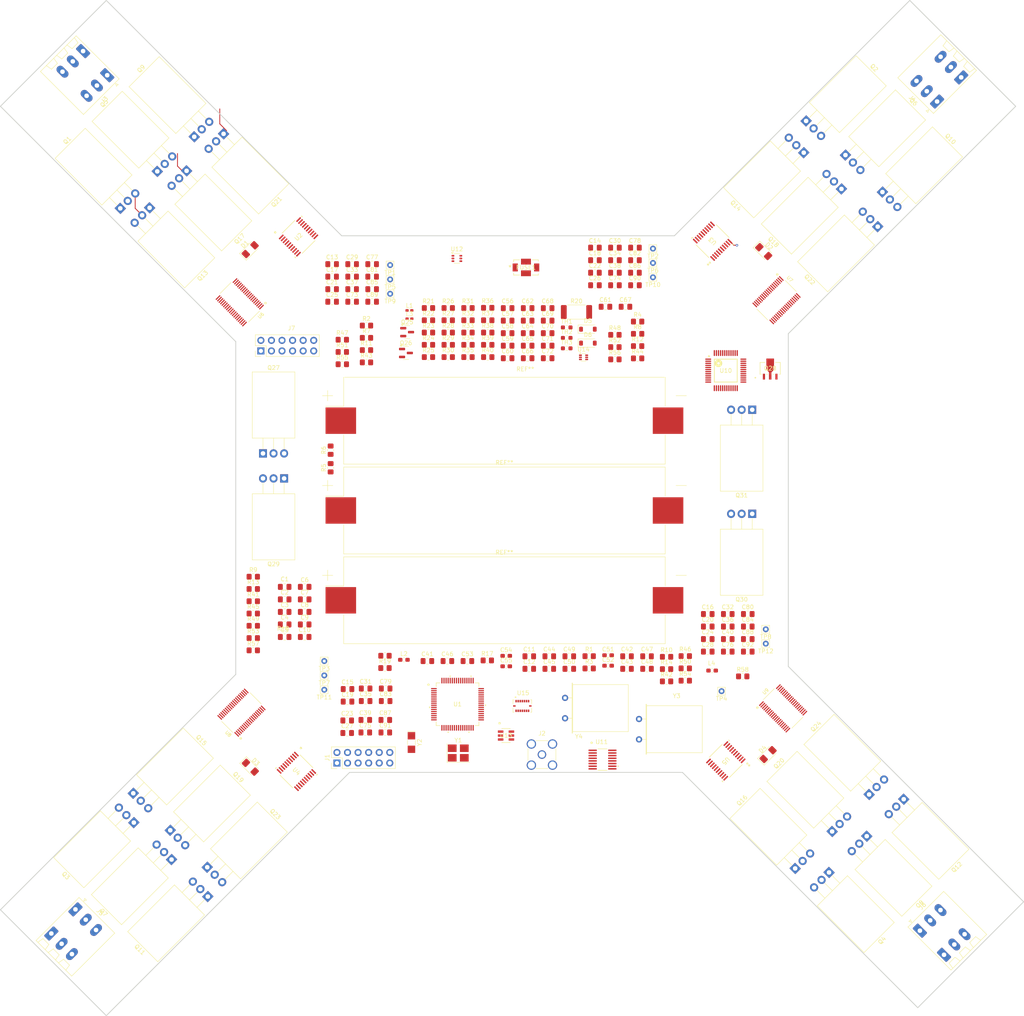
<source format=kicad_pcb>
(kicad_pcb (version 20240108) (generator "pcbnew") (generator_version "8.0")
  (title_block (title "Quincy FMU PCB") (date "2024-11-12") (company "Daniel Enrique Pérez Díaz"))
  (layers (0 "F.Cu" signal) (1 "In1.Cu" signal) (2 "In2.Cu" signal) (31 "B.Cu" signal) (34 "B.Paste" user) (35 "F.Paste" user) (36 "B.SilkS" user "B.Silkscreen") (37 "F.SilkS" user "F.Silkscreen") (38 "B.Mask" user) (39 "F.Mask" user) (44 "Edge.Cuts" user))
  (net 0 "")
  (net 2 "/Microcontroller/CONT_FW_TX0_3")
  (net 4 "/Microcontroller/CONT_FW_TX0_2")
  (net 5 "/Microcontroller/CONT_FW_RX0_1")
  (net 7 "/Microcontroller/CONT_FW_TX0_1")
  (net 9 "/Microcontroller/CONT_FW_RX0_4")
  (net 11 "/Microcontroller/CONT_FW_TX0_4")
  (net 12 "/Microcontroller/CONT_FW_RX0_2")
  (net 14 "/Microcontroller/CONT_FW_RX0_3")
  (net 15 "/Microcontroller/MOTOR_SPEED1")
  (net 16 "/Microcontroller/MOTOR_SPEED2")
  (net 17 "/Microcontroller/MOTOR_SPEED3")
  (net 21 "/Microcontroller/MOTOR_SPEED4")
  (net 23 "Net-(U6-TX1)")
  (net 24 "Net-(U7-TX1)")
  (net 26 "Net-(U8-TX1)")
  (net 27 "Net-(U9-TX1)")
  (net 28 "Net-(U6-RX1)")
  (net 29 "Net-(U7-RX1)")
  (net 30 "Net-(U8-RX1)")
  (net 31 "Net-(U9-RX1)")
  (net 33 "/Microcontroller/DUTY1")
  (net 34 "/Microcontroller/DUTY3")
  (net 38 "/Microcontroller/DIR4")
  (net 40 "+3.3V")
  (net 41 "GND")
  (net 42 "Net-(U1-DVDD)")
  (net 43 "Net-(U6-REFU{slash}AIN8)")
  (net 44 "Net-(U7-REFU{slash}AIN8)")
  (net 45 "Net-(U8-REFU{slash}AIN8)")
  (net 46 "Net-(U9-REFU{slash}AIN8)")
  (net 47 "/Microcontroller/SWO{slash}TDO")
  (net 48 "/Microcontroller/SWDCLK{slash}TCLK")
  (net 49 "/Microcontroller/SWDIO{slash}TMS")
  (net 50 "/Microcontroller/RESETN")
  (net 51 "/Microcontroller/TDI")
  (net 52 "/Motor 1/BSTA")
  (net 53 "Net-(U6-GK)")
  (net 54 "/Motor 2/BSTA")
  (net 55 "Net-(U7-GK)")
  (net 56 "Net-(U8-GK)")
  (net 57 "/Motor 3/BSTA")
  (net 58 "Net-(U9-GK)")
  (net 59 "/Motor 4/BSTA")
  (net 60 "/Motor 1/BSTB")
  (net 61 "Net-(U6-HALL1{slash}AIN4)")
  (net 62 "/Motor 2/BSTB")
  (net 63 "Net-(U7-HALL1{slash}AIN4)")
  (net 64 "Net-(U8-HALL1{slash}AIN4)")
  (net 65 "/Motor 3/BSTB")
  (net 66 "/Motor 4/BSTB")
  (net 67 "Net-(U9-HALL1{slash}AIN4)")
  (net 68 "Net-(U6-HALL2{slash}AIN3)")
  (net 69 "/Motor 1/BSTC")
  (net 70 "/Motor 2/BSTC")
  (net 71 "Net-(U7-HALL2{slash}AIN3)")
  (net 72 "/Motor 3/BSTC")
  (net 73 "Net-(U8-HALL2{slash}AIN3)")
  (net 74 "/Motor 4/BSTC")
  (net 75 "Net-(U9-HALL2{slash}AIN3)")
  (net 76 "Net-(U6-PARAM{slash}HALL3{slash}AIN11)")
  (net 77 "/Motor 1/HO1")
  (net 78 "/Motor 2/HO1")
  (net 79 "Net-(U7-PARAM{slash}HALL3{slash}AIN11)")
  (net 80 "/Motor 3/HO1")
  (net 81 "Net-(U8-PARAM{slash}HALL3{slash}AIN11)")
  (net 82 "/Motor 4/HO1")
  (net 83 "Net-(U9-PARAM{slash}HALL3{slash}AIN11)")
  (net 84 "/Motor 1/HO2")
  (net 85 "Net-(U11-CTH)")
  (net 86 "Net-(U11-CAGC)")
  (net 87 "/Motor 2/HO2")
  (net 88 "/Motor 3/HO2")
  (net 89 "Net-(U11-RO1)")
  (net 90 "Net-(D1-A)")
  (net 91 "/Motor 4/HO2")
  (net 92 "/Motor 1/HO3")
  (net 93 "Net-(D1-K)")
  (net 94 "/Motor 2/HO3")
  (net 95 "Net-(D2-A)")
  (net 96 "/Motor 3/HO3")
  (net 97 "Net-(D2-K)")
  (net 98 "Net-(D3-A)")
  (net 99 "/Motor 4/HO3")
  (net 100 "/Microcontroller/I2C2_SCL")
  (net 101 "/Microcontroller/I2C2_SDA")
  (net 102 "/Microcontroller/HFXTAL_N")
  (net 103 "/Microcontroller/SPI_MISO")
  (net 104 "/Microcontroller/SPI_MOSI")
  (net 105 "/Microcontroller/SPI_CS")
  (net 106 "/Microcontroller/HFXTAL_P")
  (net 107 "/Microcontroller/SPI_CLK")
  (net 108 "/Microcontroller/LFXTAL_N")
  (net 109 "/Microcontroller/LFXTAL_P")
  (net 110 "/Motor 1/LO1")
  (net 111 "/Motor 2/LO1")
  (net 112 "/Motor 3/LO1")
  (net 113 "/Motor 4/LO1")
  (net 114 "/Motor 1/LO2")
  (net 115 "/Motor 2/LO2")
  (net 116 "/Motor 3/LO2")
  (net 117 "/Motor 4/LO2")
  (net 118 "/Motor 1/LO3")
  (net 119 "/Motor 2/LO3")
  (net 120 "/Motor 3/LO3")
  (net 121 "/Motor 4/LO3")
  (net 122 "/Motor 1/VDC")
  (net 123 "/Motor 2/VDC")
  (net 124 "/Motor 3/VDC")
  (net 125 "/Motor 4/VDC")
  (net 126 "Net-(D3-K)")
  (net 127 "Net-(D4-K)")
  (net 128 "Net-(D4-A)")
  (net 129 "/Motor 1/OUTA")
  (net 130 "/Motor 2/OUTA")
  (net 131 "/Motor 3/OUTA")
  (net 132 "/Motor 4/OUTA")
  (net 133 "/Motor 1/OUTB")
  (net 134 "/Motor 2/OUTB")
  (net 135 "/Motor 3/OUTB")
  (net 136 "/Motor 4/OUTB")
  (net 137 "/Motor 1/OUTC")
  (net 138 "/Motor 2/OUTC")
  (net 139 "/Motor 3/OUTC")
  (net 140 "/Motor 4/OUTC")
  (net 141 "/Microcontroller/RF_DEMOD")
  (net 142 "/Microcontroller/DDSG")
  (net 143 "/Microcontroller/DIR3")
  (net 144 "/Microcontroller/DUTY4")
  (net 145 "Net-(U11-RO2)")
  (net 146 "Net-(U13-XTLOUT)")
  (net 147 "Net-(U13-XTLIN)")
  (net 148 "Net-(U13-PAOUT)")
  (net 149 "Net-(C51-Pad2)")
  (net 150 "Net-(U12-J3)")
  (net 151 "Net-(U11-SHDN)")
  (net 152 "Net-(C54-Pad1)")
  (net 153 "Net-(U11-ANT)")
  (net 154 "Net-(U11-VDD)")
  (net 155 "Net-(U12-J2)")
  (net 156 "Net-(U10-VC0)")
  (net 157 "Net-(U10-VC1)")
  (net 158 "Net-(U10-VC2)")
  (net 159 "Net-(U10-VC3)")
  (net 160 "Net-(U10-BAT)")
  (net 161 "Net-(U10-CP1)")
  (net 162 "Net-(U10-SRP)")
  (net 163 "Net-(U10-SRN)")
  (net 164 "Net-(U10-REG18)")
  (net 165 "Net-(D6-K)")
  (net 166 "+12V")
  (net 167 "Net-(U14-VBST)")
  (net 168 "Net-(U14-SW)")
  (net 169 "Net-(D5-K)")
  (net 170 "/Power/VCELL3")
  (net 171 "/Power/CMN_DRAIN")
  (net 172 "Net-(J2-In)")
  (net 173 "Net-(Q25-S)")
  (net 174 "Net-(Q27-G)")
  (net 175 "Net-(Q29-G)")
  (net 176 "Net-(Q29-S)")
  (net 177 "Net-(Q30-S)")
  (net 178 "/Power/PDSG")
  (net 179 "Net-(Q31-S)")
  (net 180 "/Power/PCHG")
  (net 181 "Net-(U15-INT1)")
  (net 182 "Net-(U15-INT3)")
  (net 183 "/Power/PACK_NEG")
  (net 184 "/Power/VCELL1")
  (net 185 "/Power/VCELL2")
  (net 186 "Net-(U10-LD)")
  (net 187 "Net-(U10-PACK)")
  (net 188 "Net-(U14-EN)")
  (net 189 "Net-(U14-VFB)")
  (net 190 "Net-(U10-TS1)")
  (net 191 "Net-(U10-TS2)")
  (net 192 "Net-(U10-TS3)")
  (net 193 "/Motor 1/IU+")
  (net 194 "/Motor 2/IU+")
  (net 195 "/Motor 3/IU+")
  (net 196 "/Motor 4/IU+")
  (net 197 "Net-(Q13-S)")
  (net 198 "Net-(Q14-S)")
  (net 199 "Net-(Q15-S)")
  (net 200 "Net-(Q16-S)")
  (net 201 "/Microcontroller/ANT_MODE")
  (net 202 "/Microcontroller/IMU_INT_AC1")
  (net 203 "/Microcontroller/IMU_INT_GY1")
  (net 204 "/Microcontroller/TX_ASK")
  (net 205 "/Power/MON_SCL")
  (net 206 "/Power/MON_SDA")
  (net 207 "/Microcontroller/DIR1")
  (net 208 "/Microcontroller/MON_RST_SHUT")
  (net 209 "/Microcontroller/DUTY2")
  (net 210 "/Microcontroller/DIR2")
  (net 211 "/Microcontroller/DCHG")
  (net 212 "/Microcontroller/MON_ALERT")
  (net 213 "/Power/FUSE")
  (net 214 "Net-(Q28-E)")
  (net 215 "Net-(Q28-B)")
  (net 216 "/Motor 1/PWM_WL")
  (net 217 "/Motor 1/PWM_VH")
  (net 218 "/Motor 1/PWM_UH")
  (net 219 "/Motor 1/PWM_WH")
  (net 220 "/Motor 1/PWM_VL")
  (net 221 "/Motor 1/PWM_UL")
  (net 222 "/Motor 2/PWM_UL")
  (net 223 "/Motor 2/PWM_WL")
  (net 224 "/Motor 2/PWM_VL")
  (net 225 "/Motor 2/PWM_WH")
  (net 226 "/Motor 2/PWM_VH")
  (net 227 "/Motor 2/PWM_UH")
  (net 228 "/Motor 3/PWM_VH")
  (net 229 "/Motor 3/PWM_UH")
  (net 230 "/Motor 3/PWM_WL")
  (net 231 "/Motor 3/PWM_UL")
  (net 232 "/Motor 3/PWM_WH")
  (net 233 "/Motor 3/PWM_VL")
  (net 234 "/Motor 4/PWM_VH")
  (net 235 "/Motor 4/PWM_WH")
  (net 236 "/Motor 4/PWM_UH")
  (net 237 "/Motor 4/PWM_UL")
  (net 238 "/Motor 4/PWM_WL")
  (net 239 "/Motor 4/PWM_VL")
  (net 300 "Net-(U11-SCLK)")
  (footprint "Capacitor_SMD:C_0805_2012Metric_Pad1.18x1.45mm_HandSolder" (layer "F.Cu") (at 189.722 186.144)
    (property "Reference" "C48")
    (property "Value" "100p")
  )
  (footprint "Resistor_SMD:R_0805_2012Metric_Pad1.20x1.40mm_HandSolder" (layer "F.Cu") (at 151.435 105.312)
    (property "Reference" "R38")
    (property "Value" "30.9k")
  )
  (footprint "Capacitor_SMD:C_0805_2012Metric_Pad1.18x1.45mm_HandSolder" (layer "F.Cu") (at 184.912 186.144)
    (property "Reference" "C43")
    (property "Value" "1u")
  )
  (footprint "Package_TO_SOT_THT:TO-220-3_Horizontal_TabDown" (layer "F.Cu") (at 227.397647 62.071456 135)
    (property "Reference" "Q14")
    (property "Value" "IRF540N")
  )
  (footprint "Crystal:Crystal_SMD_3225-4Pin_3.2x2.5mm_HandSoldering" (layer "F.Cu") (at 144.346 206.382)
    (property "Reference" "Y1")
    (property "Value" "Crystal_GND24" (hide yes))
  )
  (footprint "Resistor_SMD:R_0805_2012Metric_Pad1.20x1.40mm_HandSolder" (layer "F.Cu") (at 116.475 107.032)
    (property "Reference" "R47")
    (property "Value" "10k")
  )
  (footprint "Capacitor_SMD:C_0805_2012Metric_Pad1.18x1.45mm_HandSolder" (layer "F.Cu") (at 213.9415 178.994)
    (property "Reference" "C88")
    (property "Value" "0.1u")
  )
  (footprint "Resistor_SMD:R_0805_2012Metric_Pad1.20x1.40mm_HandSolder" (layer "F.Cu") (at 95.0695 181.704)
    (property "Reference" "R57")
    (property "Value" "300k")
  )
  (footprint "Resistor_SMD:R_0805_2012Metric_Pad1.20x1.40mm_HandSolder" (layer "F.Cu") (at 146.685 99.412)
    (property "Reference" "R31")
    (property "Value" "10M")
  )
  (footprint "Capacitor_SMD:C_0805_2012Metric_Pad1.18x1.45mm_HandSolder" (layer "F.Cu") (at 117.65 201.57)
    (property "Reference" "C27")
    (property "Value" "2.2n")
  )
  (footprint "Resistor_SMD:R_0805_2012Metric_Pad1.20x1.40mm_HandSolder" (layer "F.Cu") (at 113.665 133.588 90)
    (property "Reference" "R6")
    (property "Value" "4.7k")
  )
  (footprint "Connector_Pin:Pin_D0.7mm_L6.5mm_W1.8mm_FlatFork" (layer "F.Cu") (at 112.141 191.177)
    (property "Reference" "TP11")
    (property "Value" "TestPoint")
  )
  (footprint "Resistor_SMD:R_0805_2012Metric_Pad1.20x1.40mm_HandSolder" (layer "F.Cu") (at 122.285 112.482)
    (property "Reference" "R43")
    (property "Value" "2k")
  )
  (footprint "Resistor_SMD:R_0603_1608Metric_Pad0.98x0.95mm_HandSolder" (layer "F.Cu") (at 170.415 109.102)
    (property "Reference" "TH3")
    (property "Value" "Thermistor_NTC")
  )
  (footprint "Resistor_SMD:R_0603_1608Metric_Pad0.98x0.95mm_HandSolder" (layer "F.Cu") (at 170.415 104.082)
    (property "Reference" "TH1")
    (property "Value" "Thermistor_NTC")
  )
  (footprint "Connector_Pin:Pin_D0.7mm_L6.5mm_W1.8mm_FlatFork" (layer "F.Cu") (at 218.2715 176.644)
    (property "Reference" "TP8")
    (property "Value" "TestPoint" (hide yes))
  )
  (footprint "Resistor_SMD:R_0805_2012Metric_Pad1.20x1.40mm_HandSolder" (layer "F.Cu") (at 141.935 105.312)
    (property "Reference" "R28")
    (property "Value" "10k")
  )
  (footprint "Capacitor_SMD:C_0805_2012Metric_Pad1.18x1.45mm_HandSolder" (layer "F.Cu") (at 213.9415 175.984)
    (property "Reference" "C84")
    (property "Value" "0.1u")
  )
  (footprint "Capacitor_SMD:C_0805_2012Metric_Pad1.18x1.45mm_HandSolder" (layer "F.Cu") (at 186.8225 87.922)
    (property "Reference" "C82")
    (property "Value" "0.1u")
  )
  (footprint "Resistor_SMD:R_0805_2012Metric_Pad1.20x1.40mm_HandSolder" (layer "F.Cu") (at 141.935 111.212)
    (property "Reference" "R30")
    (property "Value" "10M")
  )
  (footprint "MICRF219:QSOP16_MC_MCH" (layer "F.Cu") (at 179.0192 207.9625)
    (property "Reference" "U11")
    (property "Value" "MICRF219AAYQS-TR" (hide yes))
  )
  (footprint "Capacitor_SMD:C_0805_2012Metric_Pad1.18x1.45mm_HandSolder" (layer "F.Cu") (at 186.8225 84.912)
    (property "Reference" "C78")
    (property "Value" "1u")
  )
  (footprint "Resistor_SMD:R_0805_2012Metric_Pad1.20x1.40mm_HandSolder" (layer "F.Cu") (at 137.185 99.412)
    (property "Reference" "R21")
    (property "Value" "20")
  )
  (footprint "LED_SMD:LED_1206_3216Metric_Pad1.42x1.75mm_HandSolder" (layer "F.Cu") (at 217.769179 85.852 -45)
    (property "Reference" "D2")
    (property "Value" "LED")
  )
  (footprint "Package_TO_SOT_THT:TO-220-3_Horizontal_TabDown" (layer "F.Cu") (at 242.538456 226.373354 -135)
    (property "Reference" "Q8")
    (property "Value" "IRF540N")
  )
  (footprint "Resistor_SMD:R_0805_2012Metric_Pad1.20x1.40mm_HandSolder" (layer "F.Cu") (at 182.0015 108.811)
    (property "Reference" "R52")
    (property "Value" "100k")
  )
  (footprint "Resistor_SMD:R_0805_2012Metric_Pad1.20x1.40mm_HandSolder" (layer "F.Cu") (at 151.435 111.212)
    (property "Reference" "R40")
    (property "Value" "4.7k")
  )
  (footprint "Connector_Phoenix_SPT:PhoenixContact_SPT_1.5_3-H-3.5_1x03_P3.5mm_Horizontal" (layer "F.Cu") (at 255.316977 249.087472 45)
    (property "Reference" "J6")
    (property "Value" "Conn_01x03_Pin")
  )
  (footprint "Package_TO_SOT_THT:TO-220-3_Horizontal_TabDown" (layer "F.Cu") (at 75.42545 231.988 135)
    (property "Reference" "Q7")
    (property "Value" "IRF540N")
  )
  (footprint "Capacitor_SMD:C_0805_2012Metric_Pad1.18x1.45mm_HandSolder" (layer "F.Cu") (at 171.037 186.144)
    (property "Reference" "C50")
    (property "Value" "0.1u")
  )
  (footprint "Resistor_SMD:R_0805_2012Metric_Pad1.20x1.40mm_HandSolder" (layer "F.Cu") (at 198.915 183.09)
    (property "Reference" "R46")
    (property "Value" "2k")
  )
  (footprint "Inductor_SMD:L_0402_1005Metric_Pad0.77x0.64mm_HandSolder" (layer "F.Cu") (at 132.6145 101.991)
    (property "Reference" "L3")
    (property "Value" "39n")
  )
  (footprint "Capacitor_SMD:C_0603_1608Metric_Pad1.08x0.95mm_HandSolder" (layer "F.Cu") (at 155.8775 185.537)
    (property "Reference" "C55")
    (property "Value" "1.5p")
  )
  (footprint "Capacitor_SMD:C_0805_2012Metric_Pad1.18x1.45mm_HandSolder" (layer "F.Cu") (at 177.2025 87.922)
    (property "Reference" "C18")
    (property "Value" "1u")
  )
  (footprint "Package_TO_SOT_THT:TO-220-3_Horizontal_TabDown" (layer "F.Cu") (at 237.422354 62.642545 -45)
    (property "Reference" "Q6")
    (property "Value" "IRF540N")
  )
  (footprint "Resistor_SMD:R_0805_2012Metric_Pad1.20x1.40mm_HandSolder" (layer "F.Cu") (at 141.935 108.262)
    (property "Reference" "R29")
    (property "Value" "10k")
  )
  (footprint "Capacitor_SMD:C_0805_2012Metric_Pad1.18x1.45mm_HandSolder" (layer "F.Cu") (at 165.835 99.442)
    (property "Reference" "C68")
    (property "Value" "10u")
  )
  (footprint "Capacitor_SMD:C_0805_2012Metric_Pad1.18x1.45mm_HandSolder" (layer "F.Cu") (at 161.417 186.144)
    (property "Reference" "C12")
    (property "Value" "0.1u")
  )
  (footprint "Resistor_SMD:R_0805_2012Metric_Pad1.20x1.40mm_HandSolder" (layer "F.Cu") (at 137.185 102.362)
    (property "Reference" "R22")
    (property "Value" "20")
  )
  (footprint "Package_TO_SOT_THT:TO-220-3_Horizontal_TabDown" (layer "F.Cu") (at 84.006354 233.838545 -45)
    (property "Reference" "Q23")
    (property "Value" "IRF540N")
  )
  (footprint "Package_TO_SOT_THT:TO-220-3_Horizontal_TabDown" (layer "F.Cu") (at 66.361647 223.107456 135)
    (property "Reference" "Q3")
    (property "Value" "IRF540N")
  )
  (footprint "FCX495TA:SOT89_DIO" (layer "F.Cu") (at 219.329 113.919)
    (property "Reference" "Q28")
    (property "Value" "FCX495TA")
  )
  (footprint "Package_TO_SOT_THT:TO-220-3_Horizontal_TabDown" (layer "F.Cu") (at 71.993741 66.568843 45)
    (property "Reference" "Q5")
    (property "Value" "IRF540N")
  )
  (footprint "Connector_Pin:Pin_D0.7mm_L6.5mm_W1.8mm_FlatFork" (layer "F.Cu") (at 191.1525 92.032)
    (property "Reference" "TP10")
    (property "Value" "TestPoint")
  )
  (footprint "IMC101TT038XUMA1:SOP50P640X110-38N" (layer "F.Cu") (at 222.434123 195.653129 45)
    (property "Reference" "U9")
    (property "Value" "IMC101TT038XUMA1" (hide yes))
  )
  (footprint "Capacitor_SMD:C_0805_2012Metric_Pad1.18x1.45mm_HandSolder" (layer "F.Cu") (at 204.3215 182.004)
    (property "Reference" "C28")
    (property "Value" "2.2n")
  )
  (footprint "Capacitor_SMD:C_0805_2012Metric_Pad1.18x1.45mm_HandSolder" (layer "F.Cu") (at 122.0805 193.891)
    (property "Reference" "C35")
    (property "Value" "4.7n")
  )
  (footprint "Resistor_SMD:R_0805_2012Metric_Pad1.20x1.40mm_HandSolder" (layer "F.Cu") (at 187.4625 105.618)
    (property "Reference" "R8")
    (property "Value" "4.7k")
  )
  (footprint "Resistor_SMD:R_0805_2012Metric_Pad1.20x1.40mm_HandSolder" (layer "F.Cu") (at 187.4625 102.668)
    (property "Reference" "R4")
    (property "Value" "1")
  )
  (footprint "Capacitor_SMD:C_0805_2012Metric_Pad1.18x1.45mm_HandSolder" (layer "F.Cu") (at 189.722 183.134)
    (property "Reference" "C47")
    (property "Value" "10p")
  )
  (footprint "Package_TO_SOT_SMD:SOT-23" (layer "F.Cu") (at 132.058 105.208)
    (property "Reference" "Q25")
    (property "Value" "AO3401A")
  )
  (footprint "Capacitor_SMD:C_0805_2012Metric_Pad1.18x1.45mm_HandSolder" (layer "F.Cu") (at 156.215 105.462)
    (property "Reference" "C58")
    (property "Value" "0.22u")
  )
  (footprint "Connector_Coaxial:SMA_Amphenol_901-144_Vertical" (layer "F.Cu") (at 164.465 206.756 180)
    (property "Reference" "J2")
    (property "Value" "Conn_Coaxial" (hide yes))
  )
  (footprint "Capacitor_SMD:C_0805_2012Metric_Pad1.18x1.45mm_HandSolder" (layer "F.Cu") (at 156.215 108.472)
    (property "Reference" "C59")
    (property "Value" "0.22u")
  )
  (footprint "Resistor_SMD:R_0805_2012Metric_Pad1.20x1.40mm_HandSolder" (layer "F.Cu") (at 141.935 102.362)
    (property "Reference" "R27")
    (property "Value" "100")
  )
  (footprint "Package_TO_SOT_THT:TO-220-3_Horizontal_TabDown" (layer "F.Cu") (at 234.219545 225.238647 45)
    (property "Reference" "Q20")
    (property "Value" "IRF540N")
  )
  (footprint "Capacitor_SMD:C_0805_2012Metric_Pad1.18x1.45mm_HandSolder" (layer "F.Cu") (at 204.3215 172.974)
    (property "Reference" "C16")
    (property "Value" "1u")
  )
  (footprint "Resistor_SMD:R_0805_2012Metric_Pad1.20x1.40mm_HandSolder" (layer "F.Cu") (at 194.421 183.261)
    (property "Reference" "R10")
    (property "Value" "4.7k")
  )
  (footprint "Capacitor_SMD:C_0805_2012Metric_Pad1.18x1.45mm_HandSolder" (layer "F.Cu") (at 123.644 88.869)
    (property "Reference" "C77")
    (property "Value" "1u")
  )
  (footprint "Resistor_SMD:R_0805_2012Metric_Pad1.20x1.40mm_HandSolder" (layer "F.Cu") (at 146.685 102.362)
    (property "Reference" "R32")
    (property "Value" "10M")
  )
  (footprint "Capacitor_SMD:C_0805_2012Metric_Pad1.18x1.45mm_HandSolder" (layer "F.Cu") (at 161.025 108.472)
    (property "Reference" "C65")
    (property "Value" "0.22u")
  )
  (footprint "Resistor_SMD:R_0603_1608Metric_Pad0.98x0.95mm_HandSolder" (layer "F.Cu") (at 170.415 106.592)
    (property "Reference" "TH2")
    (property "Value" "Thermistor_NTC")
  )
  (footprint "Capacitor_SMD:C_0805_2012Metric_Pad1.18x1.45mm_HandSolder" (layer "F.Cu") (at 213.9415 182.004)
    (property "Reference" "C92")
    (property "Value" "0.1u")
  )
  (footprint "Resistor_SMD:R_0805_2012Metric_Pad1.20x1.40mm_HandSolder" (layer "F.Cu") (at 95.0695 166.954)
    (property "Reference" "R13")
    (property "Value" "4.7k")
  )
  (footprint "Capacitor_SMD:C_0805_2012Metric_Pad1.18x1.45mm_HandSolder" (layer "F.Cu") (at 114.024 97.899)
    (property "Reference" "C25")
    (property "Value" "2.2n")
  )
  (footprint "Capacitor_SMD:C_0805_2012Metric_Pad1.18x1.45mm_HandSolder" (layer "F.Cu") (at 182.0125 93.942)
    (property "Reference" "C74")
    (property "Value" "220p")
  )
  (footprint "Package_TO_SOT_THT:TO-220-3_Horizontal_TabDown" (layer "F.Cu") (at 215.011 148.885 180)
    (property "Reference" "Q30")
    (property "Value" "IRF540N")
  )
  (footprint "Crystal:Crystal_SMD_EuroQuartz_EQ161-2Pin_3.2x1.5mm_HandSoldering" (layer "F.Cu") (at 133.096 203.861 -90)
    (property "Reference" "Y2")
    (property "Value" "Crystal")
  )
  (footprint "Capacitor_SMD:C_0805_2012Metric_Pad1.18x1.45mm_HandSolder" (layer "F.Cu") (at 141.7375 184.277)
    (property "Reference" "C46")
    (property "Value" "10p")
  )
  (footprint "Capacitor_SMD:C_0805_2012Metric_Pad1.18x1.45mm_HandSolder" (layer "F.Cu") (at 161.025 105.462)
    (property "Reference" "C64")
    (property "Value" "100p")
  )
  (footprint "Capacitor_SMD:C_0805_2012Metric_Pad1.18x1.45mm_HandSolder" (layer "F.Cu") (at 182.0125 90.932)
    (property "Reference" "C38")
    (property "Value" "4.7n")
  )
  (footprint "BQ76942:PFB0048A_N" (layer "F.Cu") (at 208.657 114.461)
    (property "Reference" "U10")
    (property "Value" "BQ7694202PFBR")
  )
  (footprint "Capacitor_SMD:C_0805_2012Metric_Pad1.18x1.45mm_HandSolder" (layer "F.Cu") (at 209.1315 178.994)
    (property "Reference" "C40")
    (property "Value" "4.7n")
  )
  (footprint "Resistor_SMD:R_0805_2012Metric_Pad1.20x1.40mm_HandSolder" (layer "F.Cu") (at 175.817 183.104)
    (property "Reference" "R1")
    (property "Value" "0")
  )
  (footprint "IMC101TT038XUMA1:SOP50P640X110-38N" (layer "F.Cu") (at 92.231677 196.677317 135)
    (property "Reference" "U8")
    (property "Value" "IMC101TT038XUMA1")
  )
  (footprint "Capacitor_SMD:C_0805_2012Metric_Pad1.18x1.45mm_HandSolder" (layer "F.Cu") (at 146.5475 184.277)
    (property "Reference" "C53")
    (property "Value" "2.2u")
  )
  (footprint "Capacitor_SMD:C_0805_2012Metric_Pad1.18x1.45mm_HandSolder" (layer "F.Cu") (at 165.835 111.482)
    (property "Reference" "C72")
    (property "Value" "22u")
  )
  (footprint "Capacitor_SMD:C_0805_2012Metric_Pad1.18x1.45mm_HandSolder" (layer "F.Cu") (at 186.8225 93.942)
    (property "Reference" "C90")
    (property "Value" "0.1u")
  )
  (footprint "DRV8300:TSSOP_0DIPWR_TEX" (layer "F.Cu") (at 105.444848 210.800333 -45)
    (property "Reference" "U4")
    (property "Value" "DRV8300UDPWR")
  )
  (footprint "Capacitor_SMD:C_0805_2012Metric_Pad1.18x1.45mm_HandSolder" (layer "F.Cu") (at 204.3215 175.984)
    (property "Reference" "C20")
    (property "Value" "1u")
  )
  (footprint "Capacitor_SMD:C_0805_2012Metric_Pad1.18x1.45mm_HandSolder" (layer "F.Cu") (at 118.834 97.899)
    (property "Reference" "C73")
    (property "Value" "220p")
  )
  (footprint "Capacitor_SMD:C_0805_2012Metric_Pad1.18x1.45mm_HandSolder" (layer "F.Cu") (at 114.024 91.879)
    (property "Reference" "C17")
    (property "Value" "1u")
  )
  (footprint "DRV8300:TSSOP_0DIPWR_TEX" (layer "F.Cu") (at 105.952848 82.315667 45)
    (property "Reference" "U2")
    (property "Value" "DRV8300UDPWR")
  )
  (footprint "Capacitor_SMD:C_0603_1608Metric_Pad1.08x0.95mm_HandSolder" (layer "F.Cu") (at 180.367 182.884)
    (property "Reference" "C51")
    (property "Value" "12p")
  )
  (footprint "Package_TO_SOT_SMD:SOT-23" (layer "F.Cu") (at 131.774 110.222)
    (property "Reference" "Q26")
    (property "Value" "AO3400A")
  )
  (footprint "Capacitor_SMD:C_0805_2012Metric_Pad1.18x1.45mm_HandSolder" (layer "F.Cu") (at 161.025 102.452)
    (property "Reference" "C63")
    (property "Value" "0.1u")
  )
  (footprint "LED_SMD:LED_1206_3216Metric_Pad1.42x1.75mm_HandSolder" (layer "F.Cu") (at 94.361 209.804 -45)
    (property "Reference" "D3")
    (property "Value" "LED")
  )
  (footprint "Inductor_SMD:L_0603_1608Metric_Pad1.05x0.95mm_HandSolder" (layer "F.Cu") (at 205.373 186.563)
    (property "Reference" "L4")
    (property "Value" "33n")
  )
  (footprint "Capacitor_SMD:C_0805_2012Metric_Pad1.18x1.45mm_HandSolder" (layer "F.Cu") (at 123.644 91.879)
    (property "Reference" "C81")
    (property "Value" "0.1u")
  )
  (footprint "Package_TO_SOT_SMD:SOT-563" (layer "F.Cu") (at 174.465 111.267)
    (property "Reference" "U14")
    (property "Value" "TPS562202")
  )
  (footprint "Resistor_SMD:R_0805_2012Metric_Pad1.20x1.40mm_HandSolder" (layer "F.Cu") (at 194.421 189.161)
    (property "Reference" "R42")
    (property "Value" "1")
  )
  (footprint "Resistor_SMD:R_0805_2012Metric_Pad1.20x1.40mm_HandSolder" (layer "F.Cu") (at 95.0695 175.804)
    (property "Reference" "R49")
    (property "Value" "10k")
  )
  (footprint "Capacitor_SMD:C_0805_2012Metric_Pad1.18x1.45mm_HandSolder" (layer "F.Cu") (at 156.215 111.482)
    (property "Reference" "C60")
    (property "Value" "1u")
  )
  (footprint "Capacitor_SMD:C_0805_2012Metric_Pad1.18x1.45mm_HandSolder" (layer "F.Cu") (at 209.1315 175.984)
    (property "Reference" "C36")
    (property "Value" "4.7n")
  )
  (footprint "Battery:BatteryHolder_Keystone_1042_1x18650" (layer "F.Cu") (at 155.448 148.082)
    (property "Reference" "REF**")
    (property "Value" "BatteryHolder_Keystone_1042_1x18650")
  )
  (footprint "Capacitor_SMD:C_0805_2012Metric_Pad1.18x1.45mm_HandSolder" (layer "F.Cu") (at 209.1315 182.004)
    (property "Reference" "C76")
    (property "Value" "220p")
  )
  (footprint "Capacitor_SMD:C_0805_2012Metric_Pad1.18x1.45mm_HandSolder" (layer "F.Cu") (at 114.024 94.889)
    (property "Reference" "C21")
    (property "Value" "10n")
  )
  (footprint "Capacitor_SMD:C_0805_2012Metric_Pad1.18x1.45mm_HandSolder" (layer "F.Cu") (at 107.426 166.446)
    (property "Reference" "C6")
    (property "Value" "10n")
  )
  (footprint "Capacitor_SMD:C_0805_2012Metric_Pad1.18x1.45mm_HandSolder" (layer "F.Cu") (at 165.835 108.472)
    (property "Reference" "C71")
    (property "Value" "22u")
  )
  (footprint "Package_TO_SOT_THT:TO-220-3_Horizontal_TabDown" (layer "F.Cu") (at 87.932652 57.54355 -135)
    (property "Reference" "Q21")
    (property "Value" "IRF540N")
  )
  (footprint "LED_SMD:LED_1206_3216Metric_Pad1.42x1.75mm_HandSolder" (layer "F.Cu") (at 94.325179 85.379821 45)
    (property "Reference" "D1")
    (property "Value" "LED")
  )
  (footprint "DRV8300:TSSOP_0DIPWR_TEX" (layer "F.Cu") (at 208.661 208.28 -135)
    (property "Reference" "U5")
    (property "Value" "DRV8300UDPWR")
  )
  (footprint "Capacitor_SMD:C_0805_2012Metric_Pad1.18x1.45mm_HandSolder" (layer "F.Cu") (at 102.616 169.456)
    (property "Reference" "C2")
    (property "Value" "0.1u")
  )
  (footprint "Resistor_SMD:R_0805_2012Metric_Pad1.20x1.40mm_HandSolder" (layer "F.Cu") (at 116.475 112.932)
    (property "Reference" "R55")
    (property "Value" "300k")
  )
  (footprint "Diode_SMD:D_SOD-123" (layer "F.Cu") (at 175.51 107.852)
    (property "Reference" "D6")
    (property "Value" "D_Schottky")
  )
  (footprint "Capacitor_SMD:C_0805_2012Metric_Pad1.18x1.45mm_HandSolder" (layer "F.Cu") (at 123.644 97.899)
    (property "Reference" "C89")
    (property "Value" "0.1u")
  )
  (footprint "Capacitor_SMD:C_0805_2012Metric_Pad1.18x1.45mm_HandSolder" (layer "F.Cu") (at 184.912 183.134)
    (property "Reference" "C42")
    (property "Value" "0.1u")
  )
  (footprint "Resistor_SMD:R_0805_2012Metric_Pad1.20x1.40mm_HandSolder" (layer "F.Cu") (at 137.185 105.312)
    (property "Reference" "R23")
    (property "Value" "20")
  )
  (footprint "Capacitor_SMD:C_0805_2012Metric_Pad1.18x1.45mm_HandSolder" (layer "F.Cu") (at 166.227 186.144)
    (property "Reference" "C45")
    (property "Value" "10p")
  )
  (footprint "Capacitor_SMD:C_0805_2012Metric_Pad1.18x1.45mm_HandSolder" (layer "F.Cu") (at 213.9415 172.974)
    (property "Reference" "C80")
    (property "Value" "1u")
  )
  (footprint "Resistor_SMD:R_0805_2012Metric_Pad1.20x1.40mm_HandSolder" (layer "F.Cu") (at 182.0015 105.861)
    (property "Reference" "R48")
    (property "Value" "10k")
  )
  (footprint "Capacitor_SMD:C_0805_2012Metric_Pad1.18x1.45mm_HandSolder" (layer "F.Cu") (at 156.215 99.442)
    (property "Reference" "C56")
    (property "Value" "0.22u")
  )
  (footprint "Resistor_SMD:R_0805_2012Metric_Pad1.20x1.40mm_HandSolder" (layer "F.Cu") (at 95.0695 169.904)
    (property "Reference" "R41")
    (property "Value" "1")
  )
  (footprint "Capacitor_SMD:C_0805_2012Metric_Pad1.18x1.45mm_HandSolder" (layer "F.Cu") (at 114.024 88.869)
    (property "Reference" "C13")
    (property "Value" "1u")
  )
  (footprint "Capacitor_SMD:C_0805_2012Metric_Pad1.18x1.45mm_HandSolder" (layer "F.Cu") (at 107.426 175.476)
    (property "Reference" "C9")
    (property "Value" "0.1u")
  )
  (footprint "Connector_PinHeader_2.54mm:PinHeader_2x06_P2.54mm_Vertical" (layer "F.Cu") (at 115.189 208.788 90)
    (property "Reference" "J1")
    (property "Value" "Conn_02x06_Counter_Clockwise" (hide yes))
  )
  (footprint "Capacitor_SMD:C_0805_2012Metric_Pad1.18x1.45mm_HandSolder" (layer "F.Cu") (at 182.0125 84.912)
    (property "Reference" "C30")
    (property "Value" "4.7n")
  )
  (footprint "Package_TO_SOT_THT:TO-220-3_Horizontal_TabDown" (layer "F.Cu") (at 233.474653 235.089551 -135)
    (property "Reference" "Q4")
    (property "Value" "IRF540N")
  )
  (footprint "Connector_Pin:Pin_D0.7mm_L6.5mm_W1.8mm_FlatFork" (layer "F.Cu") (at 207.645 191.516)
    (property "Reference" "TP4")
    (property "Value" "TestPoint")
  )
  (footprint "Package_TO_SOT_THT:TO-220-3_Horizontal_TabDown" (layer "F.Cu") (at 79.042652 66.43355 -135)
    (property "Reference" "Q17")
    (property "Value" "IRF540N")
  )
  (footprint "Capacitor_SMD:C_0805_2012Metric_Pad1.18x1.45mm_HandSolder" (layer "F.Cu") (at 118.834 91.879)
    (property "Reference" "C33")
    (property "Value" "4.7n")
  )
  (footprint "Capacitor_SMD:C_0805_2012Metric_Pad1.18x1.45mm_HandSolder" (layer "F.Cu") (at 161.417 183.134)
    (property "Reference" "C11")
    (property "Value" "0.1u")
  )
  (footprint "ITV5432:QFN4_ITV5432_LTF" (layer "F.Cu") (at 160.619999 89.662)
    (property "Reference" "FUSE1")
    (property "Value" "ITV5432L5030WR")
  )
  (footprint "Resistor_SMD:R_0805_2012Metric_Pad1.20x1.40mm_HandSolder" (layer "F.Cu") (at 122.285 109.532)
    (property "Reference" "R11")
    (property "Value" "4.7k")
  )
  (footprint "Package_TO_SOT_THT:TO-220-3_Horizontal_TabDown" (layer "F.Cu") (at 227.965 54.442 -45)
    (property "Reference" "Q2")
    (property "Value" "IRF540N")
  )
  (footprint "DRV8300:TSSOP_0DIPWR_TEX" (layer "F.Cu") (at 205.472457 83.340724 135)
    (property "Reference" "U3")
    (property "Value" "DRV8300UDPWR")
  )
  (footprint "Resistor_SMD:R_0805_2012Metric_Pad1.20x1.40mm_HandSolder" (layer "F.Cu") (at 137.185 111.212)
    (property "Reference" "R25")
    (property "Value" "100")
  )
  (footprint "Resistor_SMD:R_0805_2012Metric_Pad1.20x1.40mm_HandSolder" (layer "F.Cu") (at 151.4265 99.366)
    (property "Reference" "R36")
    (property "Value" "10k")
  )
  (footprint "Capacitor_SMD:C_0805_2012Metric_Pad1.18x1.45mm_HandSolder" (layer "F.Cu") (at 122.0805 190.881)
    (property "Reference" "C31")
    (property "Value" "4.7n")
  )
  (footprint "Package_TO_SOT_THT:TO-220-3_Horizontal_TabDown" (layer "F.Cu") (at 102.489 140.376 180)
    (property "Reference" "Q29")
    (property "Value" "IRF540N")
  )
  (footprint "Capacitor_SMD:C_0805_2012Metric_Pad1.18x1.45mm_HandSolder" (layer "F.Cu") (at 177.2025 84.912)
    (property "Reference" "C14")
    (property "Value" "1u")
  )
  (footprint "Package_TO_SOT_THT:TO-220-3_Horizontal_TabDown" (layer "F.Cu") (at 251.428456 217.483354 -135)
    (property "Reference" "Q12")
    (property "Value" "IRF540N")
  )
  (footprint "Package_TO_SOT_THT:TO-220-3_Horizontal_TabDown" (layer "F.Cu") (at 225.329545 234.128647 45)
    (property "Reference" "Q16")
    (property "Value" "IRF540N")
  )
  (footprint "Connector_PinHeader_2.54mm:PinHeader_2x06_P2.54mm_Vertical" (layer "F.Cu") (at 96.901 109.728 90)
    (property "Reference" "J7")
    (property "Value" "Conn_02x06_Counter_Clockwise" (hide yes))
  )
  (footprint "Package_TO_SOT_THT:TO-220-3_Horizontal_TabDown" (layer "F.Cu") (at 66.226354 216.058545 -45)
    (property "Reference" "Q15")
    (property "Value" "IRF540N")
  )
  (footprint "Capacitor_SMD:C_0805_2012Metric_Pad1.18x1.45mm_HandSolder" (layer "F.Cu") (at 177.2025 93.942)
    (property "Reference" "C26")
    (property "Value" "2.2n")
  )
  (footprint "Resistor_SMD:R_0805_2012Metric_Pad1.20x1.40mm_HandSolder" (layer "F.Cu") (at 146.685 105.312)
    (property "Reference" "R33")
    (property "Value" "10M")
  )
  (footprint "Resistor_SMD:R_0805_2012Metric_Pad1.20x1.40mm_HandSolder" (layer "F.Cu") (at 141.935 99.412)
    (property "Reference" "R26")
    (property "Value" "100")
  )
  (footprint "Capacitor_SMD:C_0603_1608Metric_Pad1.08x0.95mm_HandSolder" (layer "F.Cu") (at 180.367 185.394)
    (property "Reference" "C52")
    (property "Value" "4.7p")
  )
  (footprint "Crystal:Crystal_HC49-U_Horizontal" (layer "F.Cu") (at 170.023 198.03 90)
    (property "Reference" "Y4")
    (property "Value" "13.52 MHz")
  )
  (footprint "Package_TO_SOT_THT:TO-220-3_Horizontal_TabDown" (layer "F.Cu") (at 63.103741 75.458843 45)
    (property "Reference" "Q1")
    (property "Value" "IRF540N")
  )
  (footprint "Resistor_SMD:R_2512_6332Metric_Pad1.40x3.35mm_HandSolder" (layer "F.Cu") (at 172.765 100.382)
    (property "Reference" "R20")
    (property "Value" "5m")
  )
  (footprint "Capacitor_SMD:C_0805_2012Metric_Pad1.18x1.45mm_HandSolder" (layer "F.Cu") (at 107.426 169.456)
    (property "Reference" "C7")
    (property "Value" "0.1u")
  )
  (footprint "Capacitor_SMD:C_0805_2012Metric_Pad1.18x1.45mm_HandSolder" (layer "F.Cu") (at 102.616 175.476)
    (property "Reference" "C4")
    (property "Value" "10n")
  )
  (footprint "Connector_Pin:Pin_D0.7mm_L6.5mm_W1.8mm_FlatFork" (layer "F.Cu") (at 127.974 92.539)
    (property "Reference" "TP5")
    (property "Value" "TestPoint")
  )
  (footprint "Capacitor_SMD:C_0805_2012Metric_Pad1.18x1.45mm_HandSolder" (layer "F.Cu") (at 126.8115 201.443)
    (property "Reference" "C91")
    (property "Value" "0.1u")
  )
  (footprint "Inductor_SMD:L_0603_1608Metric_Pad1.05x0.95mm_HandSolder" (layer "F.Cu") (at 131.28 183.977)
    (property "Reference" "L2")
    (property "Value" "68n")
  )
  (footprint "Capacitor_SMD:C_0805_2012Metric_Pad1.18x1.45mm_HandSolder" (layer "F.Cu") (at 186.8225 90.932)
    (property "Reference" "C86")
    (property "Value" "0.1u")
  )
  (footprint "Capacitor_SMD:C_0805_2012Metric_Pad1.18x1.45mm_HandSolder" (layer "F.Cu") (at 184.5415 99.112)
    (property "Reference" "C67")
    (property "Value" "10u")
  )
  (footprint "Connector_Pin:Pin_D0.7mm_L6.5mm_W1.8mm_FlatFork" (layer "F.Cu") (at 218.2715 180.094)
    (property "Reference" "TP12")
    (property "Value" "TestPoint" (hide yes))
  )
  (footprint "Connector_Pin:Pin_D0.7mm_L6.5mm_W1.8mm_FlatFork" (layer "F.Cu") (at 127.974 95.989)
    (property "Reference" "TP9")
    (property "Value" "TestPoint")
  )
  (footprint "Diode_SMD:D_SOD-123" (layer "F.Cu") (at 175.51 104.502)
    (property "Reference" "D5")
    (property "Value" "D_Schottky")
  )
  (footprint "Package_TO_SOT_THT:TO-220-3_Horizontal_TabDown" (layer "F.Cu") (at 84.141647 240.887456 135)
    (property "Reference" "Q11")
    (property "Value" "IRF540N")
  )
  (footprint "Package_TO_SOT_THT:TO-220-3_Horizontal_TabDown" (layer "F.Cu") (at 75.116354 224.948545 -45)
    (property "Reference" "Q19")
    (property "Value" "IRF540N")
  )
  (footprint "LED_SMD:LED_1206_3216Metric_Pad1.42x1.75mm_HandSolder" (layer "F.Cu") (at 218.821 206.756 45)
    (property "Reference" "D4")
    (property "Value" "LED")
  )
  (footprint "Resistor_SMD:R_0805_2012Metric_Pad1.20x1.40mm_HandSolder" (layer "F.Cu") (at 95.0695 164.004)
    (property "Reference" "R9")
    (property "Value" "4.7k")
  )
  (footprint "Resistor_SMD:R_0805_2012Metric_Pad1.20x1.40mm_HandSolder" (layer "F.Cu") (at 151.3275 184.127)
    (property "Reference" "R17")
    (property "Value" "100k")
  )
  (footprint "Capacitor_SMD:C_0805_2012Metric_Pad1.18x1.45mm_HandSolder" (layer "F.Cu") (at 165.835 102.452)
    (property "Reference" "C69")
    (property "Value" "0.1u")
  )
  (footprint "Capacitor_SMD:C_0805_2012Metric_Pad1.18x1.45mm_HandSolder" (layer "F.Cu") (at 117.729 191.008)
    (property "Reference" "C15")
    (property "Value" "1u")
  )
  (footprint "Inductor_SMD:L_0402_1005Metric_Pad0.77x0.64mm_HandSolder" (layer "F.Cu") (at 132.6145 100.001)
    (property "Reference" "L1")
    (property "Value" "470n")
  )
  (footprint "IMC101TT038XUMA1:SOP50P640X110-38N" (layer "F.Cu") (at 91.821 98.044 -135)
    (property "Reference" "U6")
    (property "Value" "IMC101TT038XUMA1" (hide yes))
  )
  (footprint "Capacitor_SMD:C_0805_2012Metric_Pad1.18x1.45mm_HandSolder" (layer "F.Cu") (at 117.729 194.018)
    (property "Reference" "C19")
    (property "Value" "1u")
  )
  (footprint "Resistor_SMD:R_0805_2012Metric_Pad1.20x1.40mm_HandSolder" (layer "F.Cu") (at 151.435 108.262)
    (property "Reference" "R39")
    (property "Value" "4.7k")
  )
  (footprint "Capacitor_SMD:C_0805_2012Metric_Pad1.18x1.45mm_HandSolder" (layer "F.Cu") (at 177.2025 90.932)
    (property "Reference" "C22")
    (property "Value" "10n")
  )
  (footprint "Package_TO_SOT_THT:TO-220-3_Horizontal_TabDown" (layer "F.Cu") (at 70.152652 75.32355 -135)
    (property "Reference" "Q13")
    (property "Value" "IRF540N")
  )
  (footprint "Connector_Pin:Pin_D0.7mm_L6.5mm_W1.8mm_FlatFork" (layer "F.Cu") (at 191.1525 85.132)
    (property "Reference" "TP2")
    (property "Value" "TestPoint")
  )
  (footprint "Connector_Phoenix_SPT:PhoenixContact_SPT_1.5_3-H-3.5_1x03_P3.5mm_Horizontal" (layer "F.Cu") (at 59.962149 43.455402 -135)
    (property "Reference" "J3")
    (property "Value" "Conn_01x03_Pin")
  )
  (footprint "IMC101TT038XUMA1:SOP50P640X110-38N" (layer "F.Cu") (at 220.853 97.536 -45)
    (property "Reference" "U7")
    (property "Value" "IMC101TT038XUMA1")
  )
  (footprint "Capacitor_SMD:C_0805_2012Metric_Pad1.18x1.45mm_HandSolder" (layer "F.Cu") (at 209.1315 172.974)
    (property "Reference" "C32")
    (property "Value" "4.7n")
  )
  (footprint "Resistor_SMD:R_0805_2012Metric_Pad1.20x1.40mm_HandSolder" (layer "F.Cu") (at 198.915 188.99)
    (property "Reference" "R54")
    (property "Value" "100k")
  )
  (footprint "MICRF113:SOT-23-6_MC_MCH" (layer "F.Cu") (at 155.829 202.184)
    (property "Reference" "U13")
    (property "Value" "MICRF113YM6-TR" (hide yes))
  )
  (footprint "Capacitor_SMD:C_0805_2012Metric_Pad1.18x1.45mm_HandSolder" (layer "F.Cu") (at 102.616 166.446)
    (property "Reference" "C1")
    (property "Value" "1u")
  )
  (footprint "Crystal:Crystal_HC49-U_Horizontal" (layer "F.Cu") (at 187.803 203.11 90)
    (property "Reference" "Y3")
    (property "Value" "13.52 MHz")
  )
  (footprint "Capacitor_SMD:C_0805_2012Metric_Pad1.18x1.45mm_HandSolder" (layer "F.Cu") (at 161.025 99.442)
    (property "Reference" "C62")
    (property "Value" "0.47u")
  )
  (footprint "Battery:BatteryHolder_Keystone_1042_1x18650" (layer "F.Cu") (at 155.448 169.672)
    (property "Reference" "REF**")
    (property "Value" "BatteryHolder_Keystone_1042_1x18650")
  )
  (footprint "Capacitor_SMD:C_0805_2012Metric_Pad1.18x1.45mm_HandSolder" (layer "F.Cu") (at 123.644 94.889)
    (property "Reference" "C85")
    (property "Value" "0.1u")
  )
  (footprint "Package_TO_SOT_THT:TO-220-3_Horizontal_TabDown" (layer "F.Cu") (at 215.011 123.866 180)
    (property "Reference" "Q31")
    (property "Value" "IRF540N")
  )
  (footprint "Capacitor_SMD:C_0805_2012Metric_Pad1.18x1.45mm_HandSolder" (layer "F.Cu") (at 171.037 183.134)
    (property "Reference" "C49")
    (property "Value" "10u")
  )
  (footprint "Resistor_SMD:R_0805_2012Metric_Pad1.20x1.40mm_HandSolder" (layer "F.Cu") (at 182.0015 111.761)
    (property "Reference" "R56")
    (property "Value" "300k")
  )
  (footprint "Package_TO_SOT_THT:TO-220-3_Horizontal_TabDown" (layer "F.Cu") (at 97.409 134.366)
    (property "Reference" "Q27")
    (property "Value" "IRF540N")
  )
  (footprint "Capacitor_SMD:C_0805_2012Metric_Pad1.18x1.45mm_HandSolder" (layer "F.Cu") (at 166.227 183.134)
    (property "Reference" "C44")
    (property "Value" "10p")
  )
  (footprint "Capacitor_SMD:C_0805_2012Metric_Pad1.18x1.45mm_HandSolder" (layer "F.Cu") (at 122.0015 201.443)
    (property "Reference" "C75")
    (property "Value" "220p")
  )
  (footprint "Resistor_SMD:R_0805_2012Metric_Pad1.20x1.40mm_HandSolder" (layer "F.Cu") (at 126.73 183.007)
    (property "Reference" "R18")
    (property "Value" "100k")
  )
  (footprint "Capacitor_SMD:C_0805_2012Metric_Pad1.18x1.45mm_HandSolder" (layer "F.Cu") (at 204.3215 178.994)
    (property "Reference" "C24")
    (property "Value" "10n")
  )
  (footprint "Resistor_SMD:R_0805_2012Metric_Pad1.20x1.40mm_HandSolder" (layer "F.Cu") (at 122.285 106.582)
    (property "Reference" "R7")
    (property "Value" "4.7k")
  )
  (footprint "Resistor_SMD:R_0805_2012Metric_Pad1.20x1.40mm_HandSolder" (layer "F.Cu") (at 116.475 109.982)
    (property "Reference" "R51")
    (property "Value" "100k")
  )
  (footprint "Capacitor_SMD:C_0805_2012Metric_Pad1.18x1.45mm_HandSolder" (layer "F.Cu") (at 107.426 172.466)
    (property "Reference" "C8")
    (property "Value" "1u")
  )
  (footprint "Battery:BatteryHolder_Keystone_1042_1x18650" (layer "F.Cu") (at 155.448 126.492)
    (property "Reference" "REF**")
    (property "Value" "BatteryHolder_Keystone_1042_1x18650")
  )
  (footprint "Capacitor_SMD:C_0805_2012Metric_Pad1.18x1.45mm_HandSolder" (layer "F.Cu") (at 126.8905 190.881)
    (property "Reference" "C79")
    (property "Value" "1u")
  )
  (footprint "Connector_Pin:Pin_D0.7mm_L6.5mm_W1.8mm_FlatFork" (layer "F.Cu") (at 191.1525 88.582)
    (property "Reference" "TP6")
    (property "Value" "TestPoint")
  )
  (footprint "Resistor_SMD:R_0805_2012Metric_Pad1.20x1.40mm_HandSolder" (layer "F.Cu") (at 146.685 108.262)
    (property "Reference" "R34")
    (property "Value" "3.9k")
  )
  (footprint "Package_TO_SOT_THT:TO-220-3_Horizontal_TabDown" (layer "F.Cu") (at 245.177647 79.851456 135)
    (property "Reference" "Q22")
    (property "Value" "IRF540N")
  )
  (footprint "Package_TO_SOT_THT:TO-220-3_Horizontal_TabDown" (layer "F.Cu") (at 246.312354 71.532545 -45)
    (property "Reference" "Q10")
    (property "Value" "IRF540N")
  )
  (footprint "EFM32GG11B120F:TQFP64_10X10_SIL" (layer "F.Cu") (at 144.173001 194.6529)
    (property "Reference" "U1")
    (property "Value" "EFM32GG11B120F2048GQ64")
  )
  (footprint "Package_TO_SOT_THT:TO-220-3_Horizontal_TabDown" (layer "F.Cu") (at 236.46145 70.787652 135)
    (property "Reference" "Q18")
    (property "Value" "IRF540N")
  )
  (footprint "Resistor_SMD:R_0805_2012Metric_Pad1.20x1.40mm_HandSolder" (layer "F.Cu") (at 194.421 186.211)
    (property "Reference" "R14")
    (property "Value" "4.7k")
  )
  (footprint "Resistor_SMD:R_0805_2012Metric_Pad1.20x1.40mm_HandSolder" (layer "F.Cu") (at 146.685 111.212)
    (property "Reference" "R35")
    (property "Value" "3.9k")
  )
  (footprint "Capacitor_SMD:C_0805_2012Metric_Pad1.18x1.45mm_HandSolder" (layer "F.Cu") (at 165.835 105.462)
    (property "Reference" "C70")
    (property "Value" "0.1u")
  )
  (footprint "Resistor_SMD:R_0805_2012Metric_Pad1.20x1.40mm_HandSolder" (layer "F.Cu") (at 212.725 187.96)
    (property "Reference" "R58")
    (property "Value" "300k")
  )
  (footprint "Resistor_SMD:R_0805_2012Metric_Pad1.20x1.40mm_HandSolder" (layer "F.Cu") (at 187.4625 111.518)
    (property "Reference" "R44")
    (property "Value" "2k")
  )
  (footprint "Resistor_SMD:R_0805_2012Metric_Pad1.20x1.40mm_HandSolder" (layer "F.Cu") (at 113.665 137.811 90)
    (property "Reference" "R5")
    (property "Value" "4.7k")
  )
  (footprint "Resistor_SMD:R_0805_2012Metric_Pad1.20x1.40mm_HandSolder" (layer "F.Cu") (at 151.435 102.362)
    (property "Reference" "R37")
    (property "Value" "10k")
  )
  (footprint "Capacitor_SMD:C_0805_2012Metric_Pad1.18x1.45mm_HandSolder" (layer "F.Cu") (at 182.0125 87.922)
    (property "Reference" "C34")
    (property "Value" "4.7n")
  )
  (footprint "Capacitor_SMD:C_0805_2012Metric_Pad1.18x1.45mm_HandSolder" (layer "F.Cu") (at 126.8905 193.891)
    (property "Reference" "C83")
    (property "Value" "0.1u")
  )
  (footprint "Capacitor_SMD:C_0805_2012Metric_Pad1.18x1.45mm_HandSolder" (layer "F.Cu") (at 118.834 94.889)
    (property "Reference" "C37")
    (property "Value" "4.7n")
  )
  (footprint "Connector_Phoenix_SPT:PhoenixContact_SPT_1.5_3-H-3.5_1x03_P3.5mm_Horizontal" (layer "F.Cu") (at 259.446858 49.770235 135)
    (property "Reference" "J4")
    (property "Value" "Conn_01x03_Pin")
  )
  (footprint "Package_TO_SOT_THT:TO-220-3_Horizontal_TabDown" (layer "F.Cu") (at 80.883741 58.246196 45)
    (property "Reference" "Q9")
    (property "Value" "IRF540N")
  )
  (footprint "Capacitor_SMD:C_0805_2012Metric_Pad1.18x1.45mm_HandSolder" (layer "F.Cu") (at 161.025 111.482)
    (property "Reference" "C66")
    (property "Value" "1u")
  )
  (footprint "Capacitor_SMD:C_0603_1608Metric_Pad1.08x0.95mm_HandSolder" (layer "F.Cu") (at 155.8775 183.027)
    (property "Reference" "C54")
    (property "Value" "1.2p")
  )
  (footprint "Capacitor_SMD:C_0805_2012Metric_Pad1.18x1.45mm_HandSolder" (layer "F.Cu") (at 118.834 88.869)
    (property "Reference" "C29")
    (property "Value" "4.7n")
  )
  (footprint "Connector_Phoenix_SPT:PhoenixContact_SPT_1.5_3-H-3.5_1x03_P3.5mm_Horizontal" (layer "F.Cu") (at 52.327253 243.970253 -45)
    (property "Reference" "J5")
    (property "Value" "Conn_01x03_Pin")
  )
  (footprint "Capacitor_SMD:C_0805_2012Metric_Pad1.18x1.45mm_HandSolder" (layer "F.Cu") (at 102.616 178.486)
    (property "Reference" "C5")
    (property "Value" "10u")
  )
  (footprint "Resistor_SMD:R_0805_2012Metric_Pad1.20x1.40mm_HandSolder" (layer "F.Cu") (at 175.817 186.054)
    (property "Reference" "R3")
    (property "Value" "0")
  )
  (footprint "Connector_Pin:Pin_D0.7mm_L6.5mm_W1.8mm_FlatFork" (layer "F.Cu") (at 127.974 89.089)
    (property "Reference" "TP1")
    (property "Value" "TestPoint")
  )
  (footprint "Resistor_SMD:R_0805_2012Metric_Pad1.20x1.40mm_HandSolder" (layer "F.Cu") (at 122.285 103.632)
    (property "Reference" "R2")
    (property "Value" "1")
  )
  (footprint "Package_TO_SOT_THT:TO-220-3_Horizontal_TabDown" (layer "F.Cu") (at 243.109545 216.348647 45)
    (property "Reference" "Q24")
    (property "Value" "IRF540N")
  )
  (footprint "Resistor_SMD:R_0805_2012Metric_Pad1.20x1.40mm_HandSolder" (layer "F.Cu") (at 95.0695 172.854)
    (property "Reference" "R45")
    (property "Value" "2k")
  )
  (footprint "Resistor_SMD:R_0805_2012Metric_Pad1.20x1.40mm_HandSolder" (layer "F.Cu") (at 198.915 186.04)
    (property "Reference" "R50")
    (property "Value" "10k")
  )
  (footprint "Capacitor_SMD:C_0805_2012Metric_Pad1.18x1.45mm_HandSolder" (layer "F.Cu") (at 179.7315 99.112)
    (property "Reference" "C61")
    (property "Value" "100p")
  )
  (footprint "Resistor_SMD:R_0805_2012Metric_Pad1.20x1.40mm_HandSolder" (layer "F.Cu") (at 187.4625 108.568)
    (property "Reference" "R12")
    (property "Value" "4.7k")
  )
  (footprint "Package_TO_SOT_SMD:SOT-363_SC-70-6" (layer "F.Cu") (at 144.018 87.503)
    (property "Reference" "U12")
    (property "Value" "AS179-92LF")
  )
  (footprint "Connector_Pin:Pin_D0.7mm_L6.5mm_W1.8mm_FlatFork" (layer "F.Cu") (at 112.141 187.727)
    (property "Reference" "TP7")
    (property "Value" "TestPoint")
  )
  (footprint "Capacitor_SMD:C_0805_2012Metric_Pad1.18x1.45mm_HandSolder" (layer "F.Cu") (at 126.8115 198.433)
    (property "Reference" "C87")
    (property "Value" "0.1u")
  )
  (footprint "Capacitor_SMD:C_0805_2012Metric_Pad1.18x1.45mm_HandSolder" (layer "F.Cu") (at 122.0015 198.433)
    (property "Reference" "C39")
    (property "Value" "4.7n")
  )
  (footprint "Capacitor_SMD:C_0805_2012Metric_Pad1.18x1.45mm_HandSolder" (layer "F.Cu") (at 117.65 198.56)
    (property "Reference" "C23")
    (property "Value" "10n")
  )
  (footprint "Connector_Pin:Pin_D0.7mm_L6.5mm_W1.8mm_FlatFork" (layer "F.Cu") (at 112.141 184.277)
    (property "Reference" "TP3")
    (property "Value" "TestPoint")
  )
  (footprint "BMI088:PQFN50P450X300X100-16N" (layer "F.Cu") (at 159.75 195.072)
    (property "Reference" "U15")
    (property "Value" "BMI088")
  )
  (footprint "Capacitor_SMD:C_0805_2012Metric_Pad1.18x1.45mm_HandSolder" (layer "F.Cu") (at 156.215 102.452)
    (property "Reference" "C57")
    (property "Value" "0.22u")
  )
  (footprint "Resistor_SMD:R_0805_2012Metric_Pad1.20x1.40mm_HandSolder" (layer "F.Cu") (at 95.0695 178.754)
    (property "Reference" "R53")
    (property "Value" "100k")
  )
  (footprint "Capacitor_SMD:C_0805_2012Metric_Pad1.18x1.45mm_HandSolder" (layer "F.Cu") (at 102.616 172.466)
    (property "Reference" "C3")
    (property "Value" "10u")
  )
  (footprint "Capacitor_SMD:C_0805_2012Metric_Pad1.18x1.45mm_HandSolder" (layer "F.Cu") (at 136.9275 184.277)
    (property "Reference" "C41")
    (property "Value" "0.1u")
  )
  (footprint "Resistor_SMD:R_0805_2012Metric_Pad1.20x1.40mm_HandSolder" (layer "F.Cu") (at 126.73 185.957)
    (property "Reference" "R19")
    (property "Value" "10")
  )
  (footprint "Capacitor_SMD:C_0805_2012Metric_Pad1.18x1.45mm_HandSolder" (layer "F.Cu") (at 107.426 178.486)
    (property "Reference" "C10")
    (property "Value" "1u")
  )
  (footprint "Resistor_SMD:R_0805_2012Metric_Pad1.20x1.40mm_HandSolder" (layer "F.Cu") (at 137.185 108.262)
    (property "Reference" "R24")
    (property "Value" "20")
  )
  (gr_line (start 118.2308 211.034728) (end 198.2306 211.034728) (stroke (width 0.2)) (layer "Edge.Cuts"))
  (gr_line (start 34.29 244.0638) (end 90.85854 187.4953) (stroke (width 0.2)) (layer "Edge.Cuts"))
  (gr_line (start 198.2306 211.034728) (end 254.7996 267.6033) (stroke (width 0.2)) (layer "Edge.Cuts"))
  (gr_line (start 59.7458 269.5197) (end 34.29 244.0638) (stroke (width 0.2)) (layer "Edge.Cuts"))
  (gr_line (start 59.7458 25.471) (end 34.29 50.927) (stroke (width 0.2)) (layer "Edge.Cuts"))
  (gr_line (start 34.29 50.927) (end 90.85854 107.495) (stroke (width 0.2)) (layer "Edge.Cuts"))
  (gr_line (start 278.3386 50.927) (end 252.8826 25.471) (stroke (width 0.2)) (layer "Edge.Cuts"))
  (gr_line (start 252.8826 25.471) (end 196.3146 82.039) (stroke (width 0.2)) (layer "Edge.Cuts"))
  (gr_line (start 196.3146 82.039) (end 116.3144 82.039) (stroke (width 0.2)) (layer "Edge.Cuts"))
  (gr_line (start 254.7996 267.6033) (end 280.2556 242.1474) (stroke (width 0.2)) (layer "Edge.Cuts"))
  (gr_line (start 118.2308 211.034728) (end 59.7458 269.5197) (stroke (width 0.2)) (layer "Edge.Cuts"))
  (gr_line (start 280.2556 242.1474) (end 223.6866 185.5789) (stroke (width 0.2)) (layer "Edge.Cuts"))
  (gr_line (start 116.3144 82.039) (end 59.7458 25.471) (stroke (width 0.2)) (layer "Edge.Cuts"))
  (gr_line (start 90.85854 107.495) (end 90.85854 187.4953) (stroke (width 0.2)) (layer "Edge.Cuts"))
  (gr_line (start 223.6866 185.5789) (end 223.6866 105.579) (stroke (width 0.2)) (layer "Edge.Cuts"))
  (gr_line (start 223.6866 105.579) (end 278.3386 50.927) (stroke (width 0.2)) (layer "Edge.Cuts"))
  (segment (start 76.855843 65.298843) (end 78.516601 66.959601) (width 0.2) (layer "F.Cu") (net 114))
  (segment (start 76.855843 62.274094) (end 76.855843 65.298843) (width 0.2) (layer "F.Cu") (net 114))
  (segment (start 87.015843 51.546741) (end 87.015843 55.138843) (width 0.2) (layer "F.Cu") (net 118))
  (segment (start 87.015843 55.138843) (end 88.676601 56.799601) (width 0.2) (layer "F.Cu") (net 118))
  (segment (start 211.328 84.328) (end 210.596218 84.328) (width 0.2) (layer "F.Cu") (net 119))
  (segment (start 210.596218 84.328) (end 209.628609 83.360391) (width 0.2) (layer "F.Cu") (net 119))
  (via (at 211.328 84.328) (size 0.6) (drill 0.3) (layers "F.Cu" "B.Cu") (net 119))
  (segment (start 66.695843 71.866741) (end 66.695843 75.458843) (width 0.2) (layer "F.Cu") (net 129))
  (segment (start 66.695843 75.458843) (end 68.356601 77.119601) (width 0.2) (layer "F.Cu") (net 129))
)
</source>
